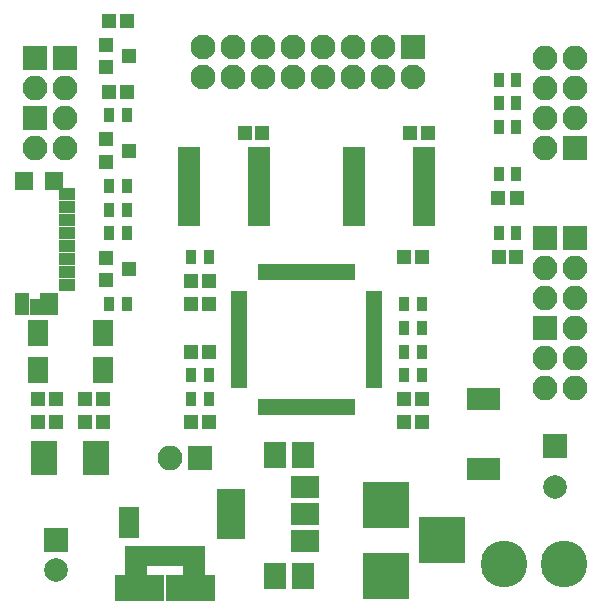
<source format=gts>
G04 #@! TF.FileFunction,Soldermask,Top*
%FSLAX46Y46*%
G04 Gerber Fmt 4.6, Leading zero omitted, Abs format (unit mm)*
G04 Created by KiCad (PCBNEW 4.0.7) date Sunday, May 05, 2019 'AMt' 09:17:00 AM*
%MOMM*%
%LPD*%
G01*
G04 APERTURE LIST*
%ADD10C,0.100000*%
%ADD11R,1.300000X1.200000*%
%ADD12R,1.200000X1.150000*%
%ADD13R,2.100000X2.100000*%
%ADD14O,2.100000X2.100000*%
%ADD15R,0.900000X1.300000*%
%ADD16R,1.400000X0.650000*%
%ADD17R,0.650000X1.400000*%
%ADD18R,1.700000X2.300000*%
%ADD19R,1.400000X1.100000*%
%ADD20R,1.600000X1.550000*%
%ADD21R,1.600000X1.850000*%
%ADD22R,1.100000X1.400000*%
%ADD23R,1.300000X1.850000*%
%ADD24R,2.000000X2.000000*%
%ADD25C,2.000000*%
%ADD26R,2.400000X4.200000*%
%ADD27R,2.400000X1.900000*%
%ADD28R,1.950000X2.200000*%
%ADD29R,0.850000X1.850000*%
%ADD30C,2.100000*%
%ADD31R,3.900000X3.900000*%
%ADD32R,1.850000X0.850000*%
%ADD33C,3.956000*%
%ADD34R,1.200000X1.200000*%
%ADD35R,0.850000X1.780000*%
%ADD36R,1.875000X2.500000*%
%ADD37R,2.775000X2.300000*%
%ADD38R,1.575000X2.300000*%
%ADD39R,2.300000X2.900000*%
%ADD40R,1.670000X1.370000*%
G04 APERTURE END LIST*
D10*
D11*
X133000000Y-103050000D03*
X133000000Y-104950000D03*
X135000000Y-104000000D03*
D12*
X134750000Y-101000000D03*
X133250000Y-101000000D03*
X134750000Y-107000000D03*
X133250000Y-107000000D03*
X127250000Y-133000000D03*
X128750000Y-133000000D03*
X158250000Y-135000000D03*
X159750000Y-135000000D03*
X132750000Y-133000000D03*
X131250000Y-133000000D03*
X159750000Y-133000000D03*
X158250000Y-133000000D03*
X140250000Y-129000000D03*
X141750000Y-129000000D03*
X140250000Y-123000000D03*
X141750000Y-123000000D03*
X159750000Y-121000000D03*
X158250000Y-121000000D03*
X140250000Y-135000000D03*
X141750000Y-135000000D03*
X166250000Y-121000000D03*
X167750000Y-121000000D03*
D13*
X172720000Y-111760000D03*
D14*
X170180000Y-111760000D03*
X172720000Y-109220000D03*
X170180000Y-109220000D03*
X172720000Y-106680000D03*
X170180000Y-106680000D03*
X172720000Y-104140000D03*
X170180000Y-104140000D03*
D15*
X140250000Y-133000000D03*
X141750000Y-133000000D03*
X140250000Y-131000000D03*
X141750000Y-131000000D03*
X141750000Y-121000000D03*
X140250000Y-121000000D03*
X167750000Y-119000000D03*
X166250000Y-119000000D03*
D16*
X144300000Y-124250000D03*
X144300000Y-124750000D03*
X144300000Y-125250000D03*
X144300000Y-125750000D03*
X144300000Y-126250000D03*
X144300000Y-126750000D03*
X144300000Y-127250000D03*
X144300000Y-127750000D03*
X144300000Y-128250000D03*
X144300000Y-128750000D03*
X144300000Y-129250000D03*
X144300000Y-129750000D03*
X144300000Y-130250000D03*
X144300000Y-130750000D03*
X144300000Y-131250000D03*
X144300000Y-131750000D03*
D17*
X146250000Y-133700000D03*
X146750000Y-133700000D03*
X147250000Y-133700000D03*
X147750000Y-133700000D03*
X148250000Y-133700000D03*
X148750000Y-133700000D03*
X149250000Y-133700000D03*
X149750000Y-133700000D03*
X150250000Y-133700000D03*
X150750000Y-133700000D03*
X151250000Y-133700000D03*
X151750000Y-133700000D03*
X152250000Y-133700000D03*
X152750000Y-133700000D03*
X153250000Y-133700000D03*
X153750000Y-133700000D03*
D16*
X155700000Y-131750000D03*
X155700000Y-131250000D03*
X155700000Y-130750000D03*
X155700000Y-130250000D03*
X155700000Y-129750000D03*
X155700000Y-129250000D03*
X155700000Y-128750000D03*
X155700000Y-128250000D03*
X155700000Y-127750000D03*
X155700000Y-127250000D03*
X155700000Y-126750000D03*
X155700000Y-126250000D03*
X155700000Y-125750000D03*
X155700000Y-125250000D03*
X155700000Y-124750000D03*
X155700000Y-124250000D03*
D17*
X153750000Y-122300000D03*
X153250000Y-122300000D03*
X152750000Y-122300000D03*
X152250000Y-122300000D03*
X151750000Y-122300000D03*
X151250000Y-122300000D03*
X150750000Y-122300000D03*
X150250000Y-122300000D03*
X149750000Y-122300000D03*
X149250000Y-122300000D03*
X148750000Y-122300000D03*
X148250000Y-122300000D03*
X147750000Y-122300000D03*
X147250000Y-122300000D03*
X146750000Y-122300000D03*
X146250000Y-122300000D03*
D18*
X132750000Y-127400000D03*
X127250000Y-127400000D03*
X127250000Y-130600000D03*
X132750000Y-130600000D03*
D19*
X129690000Y-120050000D03*
X129690000Y-121150000D03*
X129690000Y-122250000D03*
X129690000Y-123350000D03*
X129690000Y-118950000D03*
X129690000Y-117850000D03*
X129690000Y-116750000D03*
X129690000Y-115650000D03*
D20*
X128640000Y-114575000D03*
X126050000Y-114575000D03*
D21*
X128200000Y-124975000D03*
D22*
X127050000Y-125200000D03*
D23*
X125900000Y-124975000D03*
D24*
X171000000Y-137000000D03*
D25*
X171000000Y-140500000D03*
D24*
X128750000Y-145000000D03*
D25*
X128750000Y-147500000D03*
D15*
X166250000Y-108000000D03*
X167750000Y-108000000D03*
X166250000Y-110000000D03*
X167750000Y-110000000D03*
X166250000Y-106000000D03*
X167750000Y-106000000D03*
D26*
X143600000Y-142750000D03*
D27*
X149900000Y-142750000D03*
X149900000Y-140450000D03*
X149900000Y-145050000D03*
D28*
X149675000Y-137750000D03*
X147325000Y-137750000D03*
X147313000Y-147966000D03*
X149663000Y-147966000D03*
D15*
X158250000Y-129000000D03*
X159750000Y-129000000D03*
X159750000Y-131000000D03*
X158250000Y-131000000D03*
D29*
X164025000Y-138950000D03*
X164675000Y-138950000D03*
X165325000Y-138950000D03*
X165975000Y-138950000D03*
X165975000Y-133050000D03*
X165325000Y-133050000D03*
X164675000Y-133050000D03*
X164025000Y-133050000D03*
D13*
X159000000Y-103250000D03*
D30*
X159000000Y-105790000D03*
X156460000Y-103250000D03*
X156460000Y-105790000D03*
X153920000Y-103250000D03*
X153920000Y-105790000D03*
X151380000Y-103250000D03*
X151380000Y-105790000D03*
X148840000Y-103250000D03*
X148840000Y-105790000D03*
X146300000Y-103250000D03*
X146300000Y-105790000D03*
X143760000Y-103250000D03*
X143760000Y-105790000D03*
X141220000Y-103250000D03*
X141220000Y-105790000D03*
D12*
X140250000Y-125000000D03*
X141750000Y-125000000D03*
D13*
X129540000Y-104140000D03*
D14*
X129540000Y-106680000D03*
D13*
X127000000Y-109220000D03*
D14*
X129540000Y-109220000D03*
X127000000Y-111760000D03*
X129540000Y-111760000D03*
D31*
X156750000Y-142000000D03*
X156750000Y-148000000D03*
X161450000Y-145000000D03*
D13*
X170180000Y-119380000D03*
D14*
X170180000Y-121920000D03*
X170180000Y-124460000D03*
D13*
X170180000Y-127000000D03*
D14*
X170180000Y-129540000D03*
X170180000Y-132080000D03*
D15*
X134750000Y-125000000D03*
X133250000Y-125000000D03*
X133250000Y-119000000D03*
X134750000Y-119000000D03*
D11*
X133000000Y-111050000D03*
X133000000Y-112950000D03*
X135000000Y-112000000D03*
D15*
X134750000Y-109000000D03*
X133250000Y-109000000D03*
X134750000Y-115000000D03*
X133250000Y-115000000D03*
X134750000Y-117000000D03*
X133250000Y-117000000D03*
D13*
X127000000Y-104140000D03*
D14*
X127000000Y-106680000D03*
D32*
X140050000Y-112075000D03*
X140050000Y-112725000D03*
X140050000Y-113375000D03*
X140050000Y-114025000D03*
X140050000Y-114675000D03*
X140050000Y-115325000D03*
X140050000Y-115975000D03*
X140050000Y-116625000D03*
X140050000Y-117275000D03*
X140050000Y-117925000D03*
X145950000Y-117925000D03*
X145950000Y-117275000D03*
X145950000Y-116625000D03*
X145950000Y-115975000D03*
X145950000Y-115325000D03*
X145950000Y-114675000D03*
X145950000Y-114025000D03*
X145950000Y-113375000D03*
X145950000Y-112725000D03*
X145950000Y-112075000D03*
X154050000Y-112075000D03*
X154050000Y-112725000D03*
X154050000Y-113375000D03*
X154050000Y-114025000D03*
X154050000Y-114675000D03*
X154050000Y-115325000D03*
X154050000Y-115975000D03*
X154050000Y-116625000D03*
X154050000Y-117275000D03*
X154050000Y-117925000D03*
X159950000Y-117925000D03*
X159950000Y-117275000D03*
X159950000Y-116625000D03*
X159950000Y-115975000D03*
X159950000Y-115325000D03*
X159950000Y-114675000D03*
X159950000Y-114025000D03*
X159950000Y-113375000D03*
X159950000Y-112725000D03*
X159950000Y-112075000D03*
D12*
X158750000Y-110500000D03*
X160250000Y-110500000D03*
X144750000Y-110500000D03*
X146250000Y-110500000D03*
D33*
X166710000Y-147000000D03*
X171790000Y-147000000D03*
D34*
X166200000Y-116000000D03*
X167800000Y-116000000D03*
D15*
X167750000Y-114000000D03*
X166250000Y-114000000D03*
D12*
X131250000Y-135000000D03*
X132750000Y-135000000D03*
X128750000Y-135000000D03*
X127250000Y-135000000D03*
D35*
X136700000Y-146340000D03*
X137350000Y-146340000D03*
X138000000Y-146340000D03*
X138650000Y-146340000D03*
X139300000Y-146340000D03*
D36*
X135537500Y-146700000D03*
X140462500Y-146700000D03*
D37*
X135090000Y-149000000D03*
X140910000Y-149000000D03*
D38*
X137160000Y-149000000D03*
X138840000Y-149000000D03*
D15*
X159750000Y-125000000D03*
X158250000Y-125000000D03*
X159750000Y-127000000D03*
X158250000Y-127000000D03*
D39*
X132200000Y-138000000D03*
X127800000Y-138000000D03*
D13*
X141000000Y-138000000D03*
D14*
X138460000Y-138000000D03*
D13*
X172720000Y-119380000D03*
D14*
X172720000Y-121920000D03*
X172720000Y-124460000D03*
X172720000Y-127000000D03*
X172720000Y-129540000D03*
X172720000Y-132080000D03*
D11*
X133000000Y-121050000D03*
X133000000Y-122950000D03*
X135000000Y-122000000D03*
D40*
X135000000Y-142860000D03*
X135000000Y-144140000D03*
M02*

</source>
